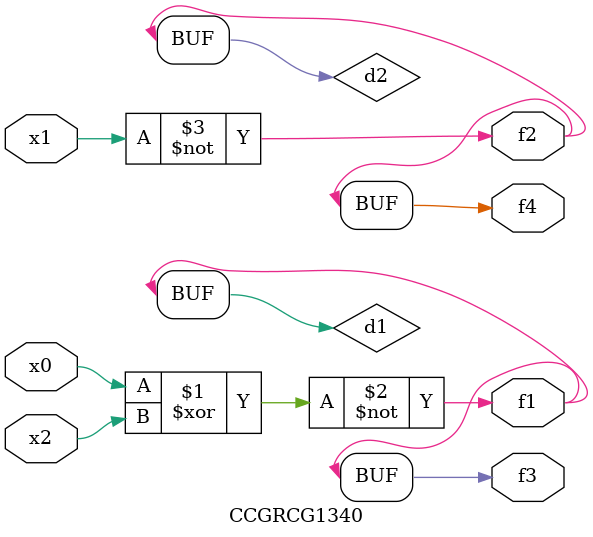
<source format=v>
module CCGRCG1340(
	input x0, x1, x2,
	output f1, f2, f3, f4
);

	wire d1, d2, d3;

	xnor (d1, x0, x2);
	nand (d2, x1);
	nor (d3, x1, x2);
	assign f1 = d1;
	assign f2 = d2;
	assign f3 = d1;
	assign f4 = d2;
endmodule

</source>
